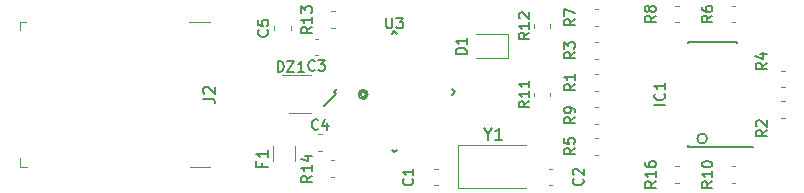
<source format=gto>
G04 #@! TF.GenerationSoftware,KiCad,Pcbnew,(5.1.2-1)-1*
G04 #@! TF.CreationDate,2019-05-24T13:24:50+02:00*
G04 #@! TF.ProjectId,XoomFloppy,586f6f6d-466c-46f7-9070-792e6b696361,1.1*
G04 #@! TF.SameCoordinates,Original*
G04 #@! TF.FileFunction,Legend,Top*
G04 #@! TF.FilePolarity,Positive*
%FSLAX46Y46*%
G04 Gerber Fmt 4.6, Leading zero omitted, Abs format (unit mm)*
G04 Created by KiCad (PCBNEW (5.1.2-1)-1) date 2019-05-24 13:24:50*
%MOMM*%
%LPD*%
G04 APERTURE LIST*
%ADD10C,0.200000*%
%ADD11C,0.100000*%
%ADD12C,0.120000*%
%ADD13C,0.150000*%
G04 APERTURE END LIST*
D10*
X114773187Y-78008370D02*
G75*
G03X114773187Y-78008370I-223607J0D01*
G01*
X143674264Y-81750000D02*
G75*
G03X143674264Y-81750000I-424264J0D01*
G01*
X114940092Y-78008370D02*
G75*
G03X114940092Y-78008370I-390512J0D01*
G01*
D11*
X85475000Y-84125000D02*
X86075000Y-84125000D01*
X85475000Y-83400000D02*
X85475000Y-84125000D01*
X85475000Y-71875000D02*
X86025000Y-71875000D01*
X85475000Y-72575000D02*
X85475000Y-71875000D01*
X101600000Y-84125000D02*
X100825000Y-84125000D01*
X101600000Y-71875000D02*
X99825000Y-71875000D01*
X100850000Y-84125000D02*
X99900000Y-84125000D01*
D12*
X120850000Y-84290000D02*
X120550000Y-84290000D01*
X120850000Y-85710000D02*
X120550000Y-85710000D01*
X130250000Y-84290000D02*
X130550000Y-84290000D01*
X130250000Y-85710000D02*
X130550000Y-85710000D01*
X110450000Y-74710000D02*
X110750000Y-74710000D01*
X110450000Y-73290000D02*
X110750000Y-73290000D01*
X111050000Y-82810000D02*
X110750000Y-82810000D01*
X111050000Y-81390000D02*
X110750000Y-81390000D01*
X124100000Y-74910000D02*
X126800000Y-74910000D01*
X126800000Y-74910000D02*
X126800000Y-72890000D01*
X126800000Y-72890000D02*
X124100000Y-72890000D01*
X134450000Y-77710000D02*
X134150000Y-77710000D01*
X134450000Y-76290000D02*
X134150000Y-76290000D01*
X150250000Y-78590000D02*
X149950000Y-78590000D01*
X150250000Y-80010000D02*
X149950000Y-80010000D01*
X134450000Y-75010000D02*
X134150000Y-75010000D01*
X134450000Y-73590000D02*
X134150000Y-73590000D01*
X150250000Y-75990000D02*
X149950000Y-75990000D01*
X150250000Y-77410000D02*
X149950000Y-77410000D01*
X134450000Y-83110000D02*
X134150000Y-83110000D01*
X134450000Y-81690000D02*
X134150000Y-81690000D01*
X145750000Y-71910000D02*
X146050000Y-71910000D01*
X145750000Y-70490000D02*
X146050000Y-70490000D01*
X134450000Y-72210000D02*
X134150000Y-72210000D01*
X134450000Y-70790000D02*
X134150000Y-70790000D01*
X141250000Y-70490000D02*
X140950000Y-70490000D01*
X141250000Y-71910000D02*
X140950000Y-71910000D01*
X134450000Y-79090000D02*
X134150000Y-79090000D01*
X134450000Y-80510000D02*
X134150000Y-80510000D01*
X146050000Y-85510000D02*
X145750000Y-85510000D01*
X146050000Y-84090000D02*
X145750000Y-84090000D01*
X130410000Y-77850000D02*
X130410000Y-78150000D01*
X128990000Y-77850000D02*
X128990000Y-78150000D01*
X130410000Y-72350000D02*
X130410000Y-72050000D01*
X128990000Y-72350000D02*
X128990000Y-72050000D01*
X112150000Y-70990000D02*
X111850000Y-70990000D01*
X112150000Y-72410000D02*
X111850000Y-72410000D01*
X112098000Y-85010000D02*
X111798000Y-85010000D01*
X112098000Y-83590000D02*
X111798000Y-83590000D01*
X140950000Y-84090000D02*
X141250000Y-84090000D01*
X140950000Y-85510000D02*
X141250000Y-85510000D01*
D13*
X112073476Y-77800000D02*
X112232575Y-77959099D01*
X117200000Y-72673476D02*
X117429810Y-72903286D01*
X122326524Y-77800000D02*
X122096714Y-77570190D01*
X117200000Y-82926524D02*
X116970190Y-82696714D01*
X112073476Y-77800000D02*
X112303286Y-77570190D01*
X117200000Y-82926524D02*
X117429810Y-82696714D01*
X122326524Y-77800000D02*
X122096714Y-78029810D01*
X117200000Y-72673476D02*
X116970190Y-72903286D01*
X112232575Y-77959099D02*
X111224948Y-78966726D01*
X146175000Y-82450000D02*
X146175000Y-82425000D01*
X142025000Y-82450000D02*
X142025000Y-82335000D01*
X142025000Y-73550000D02*
X142025000Y-73665000D01*
X146175000Y-73550000D02*
X146175000Y-73665000D01*
X146175000Y-82450000D02*
X142025000Y-82450000D01*
X146175000Y-73550000D02*
X142025000Y-73550000D01*
X146175000Y-82425000D02*
X147550000Y-82425000D01*
D12*
X108410000Y-72250000D02*
X108410000Y-72550000D01*
X106990000Y-72250000D02*
X106990000Y-72550000D01*
X108300000Y-79610000D02*
X110100000Y-79610000D01*
X110100000Y-76390000D02*
X107650000Y-76390000D01*
X108760000Y-82350000D02*
X108760000Y-83650000D01*
X106940000Y-82350000D02*
X106940000Y-83650000D01*
X128300000Y-82300000D02*
X122550000Y-82300000D01*
X122550000Y-82300000D02*
X122550000Y-85900000D01*
X122550000Y-85900000D02*
X128300000Y-85900000D01*
D13*
X101001580Y-78362133D02*
X101715866Y-78362133D01*
X101858723Y-78409752D01*
X101953961Y-78504990D01*
X102001580Y-78647847D01*
X102001580Y-78743085D01*
X101096819Y-77933561D02*
X101049200Y-77885942D01*
X101001580Y-77790704D01*
X101001580Y-77552609D01*
X101049200Y-77457371D01*
X101096819Y-77409752D01*
X101192057Y-77362133D01*
X101287295Y-77362133D01*
X101430152Y-77409752D01*
X102001580Y-77981180D01*
X102001580Y-77362133D01*
X118721428Y-85150000D02*
X118764285Y-85192857D01*
X118807142Y-85321428D01*
X118807142Y-85407142D01*
X118764285Y-85535714D01*
X118678571Y-85621428D01*
X118592857Y-85664285D01*
X118421428Y-85707142D01*
X118292857Y-85707142D01*
X118121428Y-85664285D01*
X118035714Y-85621428D01*
X117950000Y-85535714D01*
X117907142Y-85407142D01*
X117907142Y-85321428D01*
X117950000Y-85192857D01*
X117992857Y-85150000D01*
X118807142Y-84292857D02*
X118807142Y-84807142D01*
X118807142Y-84550000D02*
X117907142Y-84550000D01*
X118035714Y-84635714D01*
X118121428Y-84721428D01*
X118164285Y-84807142D01*
X133121428Y-85150000D02*
X133164285Y-85192857D01*
X133207142Y-85321428D01*
X133207142Y-85407142D01*
X133164285Y-85535714D01*
X133078571Y-85621428D01*
X132992857Y-85664285D01*
X132821428Y-85707142D01*
X132692857Y-85707142D01*
X132521428Y-85664285D01*
X132435714Y-85621428D01*
X132350000Y-85535714D01*
X132307142Y-85407142D01*
X132307142Y-85321428D01*
X132350000Y-85192857D01*
X132392857Y-85150000D01*
X132392857Y-84807142D02*
X132350000Y-84764285D01*
X132307142Y-84678571D01*
X132307142Y-84464285D01*
X132350000Y-84378571D01*
X132392857Y-84335714D01*
X132478571Y-84292857D01*
X132564285Y-84292857D01*
X132692857Y-84335714D01*
X133207142Y-84850000D01*
X133207142Y-84292857D01*
X110450000Y-75921428D02*
X110407142Y-75964285D01*
X110278571Y-76007142D01*
X110192857Y-76007142D01*
X110064285Y-75964285D01*
X109978571Y-75878571D01*
X109935714Y-75792857D01*
X109892857Y-75621428D01*
X109892857Y-75492857D01*
X109935714Y-75321428D01*
X109978571Y-75235714D01*
X110064285Y-75150000D01*
X110192857Y-75107142D01*
X110278571Y-75107142D01*
X110407142Y-75150000D01*
X110450000Y-75192857D01*
X110750000Y-75107142D02*
X111307142Y-75107142D01*
X111007142Y-75450000D01*
X111135714Y-75450000D01*
X111221428Y-75492857D01*
X111264285Y-75535714D01*
X111307142Y-75621428D01*
X111307142Y-75835714D01*
X111264285Y-75921428D01*
X111221428Y-75964285D01*
X111135714Y-76007142D01*
X110878571Y-76007142D01*
X110792857Y-75964285D01*
X110750000Y-75921428D01*
X110750000Y-80921428D02*
X110707142Y-80964285D01*
X110578571Y-81007142D01*
X110492857Y-81007142D01*
X110364285Y-80964285D01*
X110278571Y-80878571D01*
X110235714Y-80792857D01*
X110192857Y-80621428D01*
X110192857Y-80492857D01*
X110235714Y-80321428D01*
X110278571Y-80235714D01*
X110364285Y-80150000D01*
X110492857Y-80107142D01*
X110578571Y-80107142D01*
X110707142Y-80150000D01*
X110750000Y-80192857D01*
X111521428Y-80407142D02*
X111521428Y-81007142D01*
X111307142Y-80064285D02*
X111092857Y-80707142D01*
X111650000Y-80707142D01*
X123307142Y-74564285D02*
X122407142Y-74564285D01*
X122407142Y-74350000D01*
X122450000Y-74221428D01*
X122535714Y-74135714D01*
X122621428Y-74092857D01*
X122792857Y-74050000D01*
X122921428Y-74050000D01*
X123092857Y-74092857D01*
X123178571Y-74135714D01*
X123264285Y-74221428D01*
X123307142Y-74350000D01*
X123307142Y-74564285D01*
X123307142Y-73192857D02*
X123307142Y-73707142D01*
X123307142Y-73450000D02*
X122407142Y-73450000D01*
X122535714Y-73535714D01*
X122621428Y-73621428D01*
X122664285Y-73707142D01*
X132457142Y-77150000D02*
X132028571Y-77450000D01*
X132457142Y-77664285D02*
X131557142Y-77664285D01*
X131557142Y-77321428D01*
X131600000Y-77235714D01*
X131642857Y-77192857D01*
X131728571Y-77150000D01*
X131857142Y-77150000D01*
X131942857Y-77192857D01*
X131985714Y-77235714D01*
X132028571Y-77321428D01*
X132028571Y-77664285D01*
X132457142Y-76292857D02*
X132457142Y-76807142D01*
X132457142Y-76550000D02*
X131557142Y-76550000D01*
X131685714Y-76635714D01*
X131771428Y-76721428D01*
X131814285Y-76807142D01*
X148707142Y-81050000D02*
X148278571Y-81350000D01*
X148707142Y-81564285D02*
X147807142Y-81564285D01*
X147807142Y-81221428D01*
X147850000Y-81135714D01*
X147892857Y-81092857D01*
X147978571Y-81050000D01*
X148107142Y-81050000D01*
X148192857Y-81092857D01*
X148235714Y-81135714D01*
X148278571Y-81221428D01*
X148278571Y-81564285D01*
X147892857Y-80707142D02*
X147850000Y-80664285D01*
X147807142Y-80578571D01*
X147807142Y-80364285D01*
X147850000Y-80278571D01*
X147892857Y-80235714D01*
X147978571Y-80192857D01*
X148064285Y-80192857D01*
X148192857Y-80235714D01*
X148707142Y-80750000D01*
X148707142Y-80192857D01*
X132457142Y-74450000D02*
X132028571Y-74750000D01*
X132457142Y-74964285D02*
X131557142Y-74964285D01*
X131557142Y-74621428D01*
X131600000Y-74535714D01*
X131642857Y-74492857D01*
X131728571Y-74450000D01*
X131857142Y-74450000D01*
X131942857Y-74492857D01*
X131985714Y-74535714D01*
X132028571Y-74621428D01*
X132028571Y-74964285D01*
X131557142Y-74150000D02*
X131557142Y-73592857D01*
X131900000Y-73892857D01*
X131900000Y-73764285D01*
X131942857Y-73678571D01*
X131985714Y-73635714D01*
X132071428Y-73592857D01*
X132285714Y-73592857D01*
X132371428Y-73635714D01*
X132414285Y-73678571D01*
X132457142Y-73764285D01*
X132457142Y-74021428D01*
X132414285Y-74107142D01*
X132371428Y-74150000D01*
X148707142Y-75350000D02*
X148278571Y-75650000D01*
X148707142Y-75864285D02*
X147807142Y-75864285D01*
X147807142Y-75521428D01*
X147850000Y-75435714D01*
X147892857Y-75392857D01*
X147978571Y-75350000D01*
X148107142Y-75350000D01*
X148192857Y-75392857D01*
X148235714Y-75435714D01*
X148278571Y-75521428D01*
X148278571Y-75864285D01*
X148107142Y-74578571D02*
X148707142Y-74578571D01*
X147764285Y-74792857D02*
X148407142Y-75007142D01*
X148407142Y-74450000D01*
X132457142Y-82550000D02*
X132028571Y-82850000D01*
X132457142Y-83064285D02*
X131557142Y-83064285D01*
X131557142Y-82721428D01*
X131600000Y-82635714D01*
X131642857Y-82592857D01*
X131728571Y-82550000D01*
X131857142Y-82550000D01*
X131942857Y-82592857D01*
X131985714Y-82635714D01*
X132028571Y-82721428D01*
X132028571Y-83064285D01*
X131557142Y-81735714D02*
X131557142Y-82164285D01*
X131985714Y-82207142D01*
X131942857Y-82164285D01*
X131900000Y-82078571D01*
X131900000Y-81864285D01*
X131942857Y-81778571D01*
X131985714Y-81735714D01*
X132071428Y-81692857D01*
X132285714Y-81692857D01*
X132371428Y-81735714D01*
X132414285Y-81778571D01*
X132457142Y-81864285D01*
X132457142Y-82078571D01*
X132414285Y-82164285D01*
X132371428Y-82207142D01*
X144107142Y-71350000D02*
X143678571Y-71650000D01*
X144107142Y-71864285D02*
X143207142Y-71864285D01*
X143207142Y-71521428D01*
X143250000Y-71435714D01*
X143292857Y-71392857D01*
X143378571Y-71350000D01*
X143507142Y-71350000D01*
X143592857Y-71392857D01*
X143635714Y-71435714D01*
X143678571Y-71521428D01*
X143678571Y-71864285D01*
X143207142Y-70578571D02*
X143207142Y-70750000D01*
X143250000Y-70835714D01*
X143292857Y-70878571D01*
X143421428Y-70964285D01*
X143592857Y-71007142D01*
X143935714Y-71007142D01*
X144021428Y-70964285D01*
X144064285Y-70921428D01*
X144107142Y-70835714D01*
X144107142Y-70664285D01*
X144064285Y-70578571D01*
X144021428Y-70535714D01*
X143935714Y-70492857D01*
X143721428Y-70492857D01*
X143635714Y-70535714D01*
X143592857Y-70578571D01*
X143550000Y-70664285D01*
X143550000Y-70835714D01*
X143592857Y-70921428D01*
X143635714Y-70964285D01*
X143721428Y-71007142D01*
X132457142Y-71650000D02*
X132028571Y-71950000D01*
X132457142Y-72164285D02*
X131557142Y-72164285D01*
X131557142Y-71821428D01*
X131600000Y-71735714D01*
X131642857Y-71692857D01*
X131728571Y-71650000D01*
X131857142Y-71650000D01*
X131942857Y-71692857D01*
X131985714Y-71735714D01*
X132028571Y-71821428D01*
X132028571Y-72164285D01*
X131557142Y-71350000D02*
X131557142Y-70750000D01*
X132457142Y-71135714D01*
X139307142Y-71350000D02*
X138878571Y-71650000D01*
X139307142Y-71864285D02*
X138407142Y-71864285D01*
X138407142Y-71521428D01*
X138450000Y-71435714D01*
X138492857Y-71392857D01*
X138578571Y-71350000D01*
X138707142Y-71350000D01*
X138792857Y-71392857D01*
X138835714Y-71435714D01*
X138878571Y-71521428D01*
X138878571Y-71864285D01*
X138792857Y-70835714D02*
X138750000Y-70921428D01*
X138707142Y-70964285D01*
X138621428Y-71007142D01*
X138578571Y-71007142D01*
X138492857Y-70964285D01*
X138450000Y-70921428D01*
X138407142Y-70835714D01*
X138407142Y-70664285D01*
X138450000Y-70578571D01*
X138492857Y-70535714D01*
X138578571Y-70492857D01*
X138621428Y-70492857D01*
X138707142Y-70535714D01*
X138750000Y-70578571D01*
X138792857Y-70664285D01*
X138792857Y-70835714D01*
X138835714Y-70921428D01*
X138878571Y-70964285D01*
X138964285Y-71007142D01*
X139135714Y-71007142D01*
X139221428Y-70964285D01*
X139264285Y-70921428D01*
X139307142Y-70835714D01*
X139307142Y-70664285D01*
X139264285Y-70578571D01*
X139221428Y-70535714D01*
X139135714Y-70492857D01*
X138964285Y-70492857D01*
X138878571Y-70535714D01*
X138835714Y-70578571D01*
X138792857Y-70664285D01*
X132457142Y-79950000D02*
X132028571Y-80250000D01*
X132457142Y-80464285D02*
X131557142Y-80464285D01*
X131557142Y-80121428D01*
X131600000Y-80035714D01*
X131642857Y-79992857D01*
X131728571Y-79950000D01*
X131857142Y-79950000D01*
X131942857Y-79992857D01*
X131985714Y-80035714D01*
X132028571Y-80121428D01*
X132028571Y-80464285D01*
X132457142Y-79521428D02*
X132457142Y-79350000D01*
X132414285Y-79264285D01*
X132371428Y-79221428D01*
X132242857Y-79135714D01*
X132071428Y-79092857D01*
X131728571Y-79092857D01*
X131642857Y-79135714D01*
X131600000Y-79178571D01*
X131557142Y-79264285D01*
X131557142Y-79435714D01*
X131600000Y-79521428D01*
X131642857Y-79564285D01*
X131728571Y-79607142D01*
X131942857Y-79607142D01*
X132028571Y-79564285D01*
X132071428Y-79521428D01*
X132114285Y-79435714D01*
X132114285Y-79264285D01*
X132071428Y-79178571D01*
X132028571Y-79135714D01*
X131942857Y-79092857D01*
X144107142Y-85378571D02*
X143678571Y-85678571D01*
X144107142Y-85892857D02*
X143207142Y-85892857D01*
X143207142Y-85550000D01*
X143250000Y-85464285D01*
X143292857Y-85421428D01*
X143378571Y-85378571D01*
X143507142Y-85378571D01*
X143592857Y-85421428D01*
X143635714Y-85464285D01*
X143678571Y-85550000D01*
X143678571Y-85892857D01*
X144107142Y-84521428D02*
X144107142Y-85035714D01*
X144107142Y-84778571D02*
X143207142Y-84778571D01*
X143335714Y-84864285D01*
X143421428Y-84950000D01*
X143464285Y-85035714D01*
X143207142Y-83964285D02*
X143207142Y-83878571D01*
X143250000Y-83792857D01*
X143292857Y-83750000D01*
X143378571Y-83707142D01*
X143550000Y-83664285D01*
X143764285Y-83664285D01*
X143935714Y-83707142D01*
X144021428Y-83750000D01*
X144064285Y-83792857D01*
X144107142Y-83878571D01*
X144107142Y-83964285D01*
X144064285Y-84050000D01*
X144021428Y-84092857D01*
X143935714Y-84135714D01*
X143764285Y-84178571D01*
X143550000Y-84178571D01*
X143378571Y-84135714D01*
X143292857Y-84092857D01*
X143250000Y-84050000D01*
X143207142Y-83964285D01*
X128607142Y-78578571D02*
X128178571Y-78878571D01*
X128607142Y-79092857D02*
X127707142Y-79092857D01*
X127707142Y-78750000D01*
X127750000Y-78664285D01*
X127792857Y-78621428D01*
X127878571Y-78578571D01*
X128007142Y-78578571D01*
X128092857Y-78621428D01*
X128135714Y-78664285D01*
X128178571Y-78750000D01*
X128178571Y-79092857D01*
X128607142Y-77721428D02*
X128607142Y-78235714D01*
X128607142Y-77978571D02*
X127707142Y-77978571D01*
X127835714Y-78064285D01*
X127921428Y-78150000D01*
X127964285Y-78235714D01*
X128607142Y-76864285D02*
X128607142Y-77378571D01*
X128607142Y-77121428D02*
X127707142Y-77121428D01*
X127835714Y-77207142D01*
X127921428Y-77292857D01*
X127964285Y-77378571D01*
X128607142Y-72778571D02*
X128178571Y-73078571D01*
X128607142Y-73292857D02*
X127707142Y-73292857D01*
X127707142Y-72950000D01*
X127750000Y-72864285D01*
X127792857Y-72821428D01*
X127878571Y-72778571D01*
X128007142Y-72778571D01*
X128092857Y-72821428D01*
X128135714Y-72864285D01*
X128178571Y-72950000D01*
X128178571Y-73292857D01*
X128607142Y-71921428D02*
X128607142Y-72435714D01*
X128607142Y-72178571D02*
X127707142Y-72178571D01*
X127835714Y-72264285D01*
X127921428Y-72350000D01*
X127964285Y-72435714D01*
X127792857Y-71578571D02*
X127750000Y-71535714D01*
X127707142Y-71450000D01*
X127707142Y-71235714D01*
X127750000Y-71150000D01*
X127792857Y-71107142D01*
X127878571Y-71064285D01*
X127964285Y-71064285D01*
X128092857Y-71107142D01*
X128607142Y-71621428D01*
X128607142Y-71064285D01*
X110207142Y-72278571D02*
X109778571Y-72578571D01*
X110207142Y-72792857D02*
X109307142Y-72792857D01*
X109307142Y-72450000D01*
X109350000Y-72364285D01*
X109392857Y-72321428D01*
X109478571Y-72278571D01*
X109607142Y-72278571D01*
X109692857Y-72321428D01*
X109735714Y-72364285D01*
X109778571Y-72450000D01*
X109778571Y-72792857D01*
X110207142Y-71421428D02*
X110207142Y-71935714D01*
X110207142Y-71678571D02*
X109307142Y-71678571D01*
X109435714Y-71764285D01*
X109521428Y-71850000D01*
X109564285Y-71935714D01*
X109307142Y-71121428D02*
X109307142Y-70564285D01*
X109650000Y-70864285D01*
X109650000Y-70735714D01*
X109692857Y-70650000D01*
X109735714Y-70607142D01*
X109821428Y-70564285D01*
X110035714Y-70564285D01*
X110121428Y-70607142D01*
X110164285Y-70650000D01*
X110207142Y-70735714D01*
X110207142Y-70992857D01*
X110164285Y-71078571D01*
X110121428Y-71121428D01*
X110207142Y-84878571D02*
X109778571Y-85178571D01*
X110207142Y-85392857D02*
X109307142Y-85392857D01*
X109307142Y-85050000D01*
X109350000Y-84964285D01*
X109392857Y-84921428D01*
X109478571Y-84878571D01*
X109607142Y-84878571D01*
X109692857Y-84921428D01*
X109735714Y-84964285D01*
X109778571Y-85050000D01*
X109778571Y-85392857D01*
X110207142Y-84021428D02*
X110207142Y-84535714D01*
X110207142Y-84278571D02*
X109307142Y-84278571D01*
X109435714Y-84364285D01*
X109521428Y-84450000D01*
X109564285Y-84535714D01*
X109607142Y-83250000D02*
X110207142Y-83250000D01*
X109264285Y-83464285D02*
X109907142Y-83678571D01*
X109907142Y-83121428D01*
X139307142Y-85378571D02*
X138878571Y-85678571D01*
X139307142Y-85892857D02*
X138407142Y-85892857D01*
X138407142Y-85550000D01*
X138450000Y-85464285D01*
X138492857Y-85421428D01*
X138578571Y-85378571D01*
X138707142Y-85378571D01*
X138792857Y-85421428D01*
X138835714Y-85464285D01*
X138878571Y-85550000D01*
X138878571Y-85892857D01*
X139307142Y-84521428D02*
X139307142Y-85035714D01*
X139307142Y-84778571D02*
X138407142Y-84778571D01*
X138535714Y-84864285D01*
X138621428Y-84950000D01*
X138664285Y-85035714D01*
X138407142Y-83750000D02*
X138407142Y-83921428D01*
X138450000Y-84007142D01*
X138492857Y-84050000D01*
X138621428Y-84135714D01*
X138792857Y-84178571D01*
X139135714Y-84178571D01*
X139221428Y-84135714D01*
X139264285Y-84092857D01*
X139307142Y-84007142D01*
X139307142Y-83835714D01*
X139264285Y-83750000D01*
X139221428Y-83707142D01*
X139135714Y-83664285D01*
X138921428Y-83664285D01*
X138835714Y-83707142D01*
X138792857Y-83750000D01*
X138750000Y-83835714D01*
X138750000Y-84007142D01*
X138792857Y-84092857D01*
X138835714Y-84135714D01*
X138921428Y-84178571D01*
X116514285Y-71507142D02*
X116514285Y-72235714D01*
X116557142Y-72321428D01*
X116600000Y-72364285D01*
X116685714Y-72407142D01*
X116857142Y-72407142D01*
X116942857Y-72364285D01*
X116985714Y-72321428D01*
X117028571Y-72235714D01*
X117028571Y-71507142D01*
X117371428Y-71507142D02*
X117928571Y-71507142D01*
X117628571Y-71850000D01*
X117757142Y-71850000D01*
X117842857Y-71892857D01*
X117885714Y-71935714D01*
X117928571Y-72021428D01*
X117928571Y-72235714D01*
X117885714Y-72321428D01*
X117842857Y-72364285D01*
X117757142Y-72407142D01*
X117500000Y-72407142D01*
X117414285Y-72364285D01*
X117371428Y-72321428D01*
X140107142Y-78878571D02*
X139207142Y-78878571D01*
X140021428Y-77935714D02*
X140064285Y-77978571D01*
X140107142Y-78107142D01*
X140107142Y-78192857D01*
X140064285Y-78321428D01*
X139978571Y-78407142D01*
X139892857Y-78450000D01*
X139721428Y-78492857D01*
X139592857Y-78492857D01*
X139421428Y-78450000D01*
X139335714Y-78407142D01*
X139250000Y-78321428D01*
X139207142Y-78192857D01*
X139207142Y-78107142D01*
X139250000Y-77978571D01*
X139292857Y-77935714D01*
X140107142Y-77078571D02*
X140107142Y-77592857D01*
X140107142Y-77335714D02*
X139207142Y-77335714D01*
X139335714Y-77421428D01*
X139421428Y-77507142D01*
X139464285Y-77592857D01*
X106421428Y-72550000D02*
X106464285Y-72592857D01*
X106507142Y-72721428D01*
X106507142Y-72807142D01*
X106464285Y-72935714D01*
X106378571Y-73021428D01*
X106292857Y-73064285D01*
X106121428Y-73107142D01*
X105992857Y-73107142D01*
X105821428Y-73064285D01*
X105735714Y-73021428D01*
X105650000Y-72935714D01*
X105607142Y-72807142D01*
X105607142Y-72721428D01*
X105650000Y-72592857D01*
X105692857Y-72550000D01*
X105607142Y-71735714D02*
X105607142Y-72164285D01*
X106035714Y-72207142D01*
X105992857Y-72164285D01*
X105950000Y-72078571D01*
X105950000Y-71864285D01*
X105992857Y-71778571D01*
X106035714Y-71735714D01*
X106121428Y-71692857D01*
X106335714Y-71692857D01*
X106421428Y-71735714D01*
X106464285Y-71778571D01*
X106507142Y-71864285D01*
X106507142Y-72078571D01*
X106464285Y-72164285D01*
X106421428Y-72207142D01*
X107314342Y-76099142D02*
X107314342Y-75199142D01*
X107528628Y-75199142D01*
X107657200Y-75242000D01*
X107742914Y-75327714D01*
X107785771Y-75413428D01*
X107828628Y-75584857D01*
X107828628Y-75713428D01*
X107785771Y-75884857D01*
X107742914Y-75970571D01*
X107657200Y-76056285D01*
X107528628Y-76099142D01*
X107314342Y-76099142D01*
X108128628Y-75199142D02*
X108728628Y-75199142D01*
X108128628Y-76099142D01*
X108728628Y-76099142D01*
X109542914Y-76099142D02*
X109028628Y-76099142D01*
X109285771Y-76099142D02*
X109285771Y-75199142D01*
X109200057Y-75327714D01*
X109114342Y-75413428D01*
X109028628Y-75456285D01*
X105978571Y-83783333D02*
X105978571Y-84116666D01*
X106502380Y-84116666D02*
X105502380Y-84116666D01*
X105502380Y-83640476D01*
X106502380Y-82735714D02*
X106502380Y-83307142D01*
X106502380Y-83021428D02*
X105502380Y-83021428D01*
X105645238Y-83116666D01*
X105740476Y-83211904D01*
X105788095Y-83307142D01*
X125123809Y-81376190D02*
X125123809Y-81852380D01*
X124790476Y-80852380D02*
X125123809Y-81376190D01*
X125457142Y-80852380D01*
X126314285Y-81852380D02*
X125742857Y-81852380D01*
X126028571Y-81852380D02*
X126028571Y-80852380D01*
X125933333Y-80995238D01*
X125838095Y-81090476D01*
X125742857Y-81138095D01*
M02*

</source>
